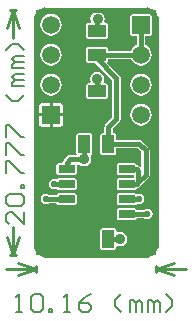
<source format=gtl>
G04 Layer_Physical_Order=1*
G04 Layer_Color=255*
%FSLAX44Y44*%
%MOMM*%
G71*
G01*
G75*
%ADD10R,1.5240X1.0160*%
%ADD11R,1.0160X1.5240*%
%ADD12R,1.4000X0.7000*%
%ADD13R,2.2600X2.9900*%
%ADD14C,0.3810*%
%ADD15C,0.4000*%
%ADD16C,0.2540*%
%ADD17C,0.1524*%
%ADD18C,1.5000*%
%ADD19R,1.5000X1.5000*%
%ADD20C,0.5842*%
%ADD21C,0.5000*%
%ADD22C,0.8890*%
G36*
X287274Y138176D02*
X185674D01*
Y345948D01*
X287274D01*
Y138176D01*
D02*
G37*
%LPC*%
G36*
X231648Y241426D02*
X221488D01*
X220322Y240942D01*
X219838Y239776D01*
Y224536D01*
X219968Y224222D01*
X219120Y222952D01*
X214376D01*
X213038Y222686D01*
X211904Y221928D01*
X209010Y219034D01*
X208252Y217900D01*
X207986Y216562D01*
Y216224D01*
X204482D01*
X203316Y215740D01*
X202832Y214574D01*
Y207574D01*
X203316Y206408D01*
X204482Y205924D01*
X218482D01*
X219648Y206408D01*
X220132Y207574D01*
Y214077D01*
X221047Y215121D01*
X221213Y215220D01*
X221965D01*
X222011Y215153D01*
X223985Y213833D01*
X226314Y213370D01*
X228643Y213833D01*
X230617Y215153D01*
X231937Y217127D01*
X232400Y219456D01*
X231937Y221785D01*
X232494Y223237D01*
X232814Y223370D01*
X233298Y224536D01*
Y239776D01*
X232814Y240942D01*
X231648Y241426D01*
D02*
G37*
G36*
X218482Y203524D02*
X204482D01*
X203316Y203040D01*
X203148Y202636D01*
X202902Y202561D01*
X201168Y202906D01*
X199434Y202561D01*
X197963Y201579D01*
X196981Y200108D01*
X196636Y198374D01*
X196981Y196640D01*
X197963Y195169D01*
X199434Y194187D01*
X201168Y193842D01*
X202902Y194187D01*
X203148Y194112D01*
X203316Y193708D01*
X204482Y193224D01*
X218482D01*
X219648Y193708D01*
X220132Y194874D01*
Y201874D01*
X219648Y203040D01*
X218482Y203524D01*
D02*
G37*
G36*
X208464Y255778D02*
X199644D01*
Y246958D01*
X205874D01*
X206865Y247155D01*
X207705Y247717D01*
X208267Y248557D01*
X208464Y249548D01*
Y255778D01*
D02*
G37*
G36*
X197104D02*
X188284D01*
Y249548D01*
X188481Y248557D01*
X189043Y247717D01*
X189883Y247155D01*
X190874Y246958D01*
X197104D01*
Y255778D01*
D02*
G37*
G36*
X269482Y178124D02*
X255482D01*
X254316Y177640D01*
X253832Y176474D01*
Y169474D01*
X254316Y168308D01*
X255482Y167824D01*
X269482D01*
X270648Y168308D01*
X271132Y169474D01*
Y169478D01*
X277140D01*
X278174Y168787D01*
X279908Y168442D01*
X281642Y168787D01*
X283113Y169769D01*
X284095Y171240D01*
X284440Y172974D01*
X284095Y174708D01*
X283113Y176179D01*
X281642Y177161D01*
X279908Y177506D01*
X278174Y177161D01*
X277140Y176470D01*
X271132D01*
Y176474D01*
X270648Y177640D01*
X269482Y178124D01*
D02*
G37*
G36*
X251968Y161162D02*
X241808D01*
X240642Y160678D01*
X240158Y159512D01*
Y144272D01*
X240642Y143106D01*
X241808Y142622D01*
X251968D01*
X253134Y143106D01*
X253618Y144272D01*
Y145424D01*
X254888Y146185D01*
X256794Y145806D01*
X259123Y146269D01*
X261097Y147589D01*
X262417Y149563D01*
X262880Y151892D01*
X262417Y154221D01*
X261097Y156195D01*
X259123Y157515D01*
X256794Y157978D01*
X254888Y157599D01*
X253618Y158360D01*
Y159512D01*
X253134Y160678D01*
X251968Y161162D01*
D02*
G37*
G36*
X218482Y190824D02*
X204482D01*
X203316Y190340D01*
X202832Y189174D01*
Y189170D01*
X196824D01*
X195790Y189861D01*
X194056Y190206D01*
X192322Y189861D01*
X190851Y188879D01*
X189869Y187408D01*
X189524Y185674D01*
X189869Y183940D01*
X190851Y182469D01*
X192322Y181487D01*
X194056Y181142D01*
X195790Y181487D01*
X196824Y182178D01*
X202832D01*
Y182174D01*
X203316Y181008D01*
X204482Y180524D01*
X218482D01*
X219648Y181008D01*
X220132Y182174D01*
Y189174D01*
X219648Y190340D01*
X218482Y190824D01*
D02*
G37*
G36*
X269482D02*
X255482D01*
X254316Y190340D01*
X253832Y189174D01*
Y182174D01*
X254316Y181008D01*
X255482Y180524D01*
X269482D01*
X270648Y181008D01*
X270816Y181412D01*
X271062Y181487D01*
X272796Y181142D01*
X274530Y181487D01*
X276001Y182469D01*
X276983Y183940D01*
X277328Y185674D01*
X276983Y187408D01*
X276001Y188879D01*
X274530Y189861D01*
X272796Y190206D01*
X271062Y189861D01*
X270816Y189936D01*
X270648Y190340D01*
X269482Y190824D01*
D02*
G37*
G36*
X274570Y266150D02*
X272214Y265840D01*
X270019Y264930D01*
X268134Y263484D01*
X266688Y261599D01*
X265778Y259404D01*
X265468Y257048D01*
X265778Y254692D01*
X266688Y252497D01*
X268134Y250612D01*
X270019Y249166D01*
X272214Y248256D01*
X274570Y247946D01*
X276926Y248256D01*
X279121Y249166D01*
X281006Y250612D01*
X282452Y252497D01*
X283362Y254692D01*
X283672Y257048D01*
X283362Y259404D01*
X282452Y261599D01*
X281006Y263484D01*
X279121Y264930D01*
X276926Y265840D01*
X274570Y266150D01*
D02*
G37*
G36*
X282070Y342398D02*
X267070D01*
X265904Y341914D01*
X265420Y340748D01*
Y325748D01*
X265904Y324582D01*
X267070Y324098D01*
X271074D01*
Y316167D01*
X270019Y315730D01*
X268134Y314284D01*
X266688Y312399D01*
X266251Y311344D01*
X246506D01*
Y312928D01*
X246022Y314094D01*
X244856Y314578D01*
X229616D01*
X228450Y314094D01*
X227966Y312928D01*
Y302768D01*
X228450Y301602D01*
X229616Y301118D01*
X235973D01*
X250250Y286842D01*
Y254686D01*
X244416Y248852D01*
X243658Y247718D01*
X243392Y246380D01*
Y241426D01*
X241808D01*
X240642Y240942D01*
X240158Y239776D01*
Y224536D01*
X240642Y223370D01*
X241808Y222886D01*
X251968D01*
X253134Y223370D01*
X253618Y224536D01*
Y228660D01*
X271602D01*
X274888Y225374D01*
Y213691D01*
X273618Y213165D01*
X273236Y213546D01*
X272102Y214304D01*
X271132Y214497D01*
Y214574D01*
X270648Y215740D01*
X269482Y216224D01*
X255482D01*
X254316Y215740D01*
X253832Y214574D01*
Y207574D01*
X254316Y206408D01*
X255482Y205924D01*
X268792D01*
Y203524D01*
X255482D01*
X254316Y203040D01*
X253832Y201874D01*
Y194874D01*
X254316Y193708D01*
X255482Y193224D01*
X269482D01*
X270648Y193708D01*
X271132Y194874D01*
Y194951D01*
X272102Y195144D01*
X273236Y195902D01*
X280856Y203522D01*
X281614Y204656D01*
X281880Y205994D01*
Y226822D01*
X281880Y226822D01*
X281614Y228160D01*
X280856Y229294D01*
X275522Y234628D01*
X274388Y235386D01*
X273050Y235652D01*
X253618D01*
Y239776D01*
X253134Y240942D01*
X251968Y241426D01*
X250384D01*
Y244932D01*
X256218Y250766D01*
X256218Y250766D01*
X256976Y251900D01*
X257242Y253238D01*
X257242Y253238D01*
Y288290D01*
X257242Y288290D01*
X256976Y289628D01*
X256218Y290762D01*
X245916Y301065D01*
X246022Y301602D01*
X246506Y302768D01*
Y304352D01*
X266251D01*
X266688Y303297D01*
X268134Y301412D01*
X270019Y299966D01*
X272214Y299056D01*
X274570Y298746D01*
X276926Y299056D01*
X279121Y299966D01*
X281006Y301412D01*
X282452Y303297D01*
X283362Y305492D01*
X283672Y307848D01*
X283362Y310204D01*
X282452Y312399D01*
X281006Y314284D01*
X279121Y315730D01*
X278066Y316167D01*
Y324098D01*
X282070D01*
X283236Y324582D01*
X283720Y325748D01*
Y340748D01*
X283236Y341914D01*
X282070Y342398D01*
D02*
G37*
G36*
X198374Y316950D02*
X196018Y316640D01*
X193823Y315730D01*
X191938Y314284D01*
X190492Y312399D01*
X189582Y310204D01*
X189272Y307848D01*
X189582Y305492D01*
X190492Y303297D01*
X191938Y301412D01*
X193823Y299966D01*
X196018Y299056D01*
X198374Y298746D01*
X200730Y299056D01*
X202925Y299966D01*
X204810Y301412D01*
X206256Y303297D01*
X207166Y305492D01*
X207476Y307848D01*
X207166Y310204D01*
X206256Y312399D01*
X204810Y314284D01*
X202925Y315730D01*
X200730Y316640D01*
X198374Y316950D01*
D02*
G37*
G36*
Y342350D02*
X196018Y342040D01*
X193823Y341130D01*
X191938Y339684D01*
X190492Y337799D01*
X189582Y335604D01*
X189272Y333248D01*
X189582Y330892D01*
X190492Y328697D01*
X191938Y326812D01*
X193823Y325366D01*
X196018Y324456D01*
X198374Y324146D01*
X200730Y324456D01*
X202925Y325366D01*
X204810Y326812D01*
X206256Y328697D01*
X207166Y330892D01*
X207476Y333248D01*
X207166Y335604D01*
X206256Y337799D01*
X204810Y339684D01*
X202925Y341130D01*
X200730Y342040D01*
X198374Y342350D01*
D02*
G37*
G36*
X237744Y344414D02*
X235415Y343951D01*
X233441Y342631D01*
X232121Y340657D01*
X231658Y338328D01*
X232088Y336168D01*
X231855Y335501D01*
X231533Y334898D01*
X229616D01*
X228450Y334414D01*
X227966Y333248D01*
Y323088D01*
X228450Y321922D01*
X229616Y321438D01*
X244856D01*
X246022Y321922D01*
X246506Y323088D01*
Y333248D01*
X246022Y334414D01*
X244856Y334898D01*
X243955D01*
X243633Y335501D01*
X243400Y336168D01*
X243830Y338328D01*
X243367Y340657D01*
X242047Y342631D01*
X240073Y343951D01*
X237744Y344414D01*
D02*
G37*
G36*
X274570Y291550D02*
X272214Y291240D01*
X270019Y290330D01*
X268134Y288884D01*
X266688Y286999D01*
X265778Y284804D01*
X265468Y282448D01*
X265778Y280092D01*
X266688Y277897D01*
X268134Y276012D01*
X270019Y274566D01*
X272214Y273656D01*
X274570Y273346D01*
X276926Y273656D01*
X279121Y274566D01*
X281006Y276012D01*
X282452Y277897D01*
X283362Y280092D01*
X283672Y282448D01*
X283362Y284804D01*
X282452Y286999D01*
X281006Y288884D01*
X279121Y290330D01*
X276926Y291240D01*
X274570Y291550D01*
D02*
G37*
G36*
X205874Y267138D02*
X199644D01*
Y258318D01*
X208464D01*
Y264548D01*
X208267Y265539D01*
X207705Y266379D01*
X206865Y266941D01*
X205874Y267138D01*
D02*
G37*
G36*
X197104D02*
X190874D01*
X189883Y266941D01*
X189043Y266379D01*
X188481Y265539D01*
X188284Y264548D01*
Y258318D01*
X197104D01*
Y267138D01*
D02*
G37*
G36*
X198374Y291550D02*
X196018Y291240D01*
X193823Y290330D01*
X191938Y288884D01*
X190492Y286999D01*
X189582Y284804D01*
X189272Y282448D01*
X189582Y280092D01*
X190492Y277897D01*
X191938Y276012D01*
X193823Y274566D01*
X196018Y273656D01*
X198374Y273346D01*
X200730Y273656D01*
X202925Y274566D01*
X204810Y276012D01*
X206256Y277897D01*
X207166Y280092D01*
X207476Y282448D01*
X207166Y284804D01*
X206256Y286999D01*
X204810Y288884D01*
X202925Y290330D01*
X200730Y291240D01*
X198374Y291550D01*
D02*
G37*
G36*
X237490Y293360D02*
X235161Y292897D01*
X233187Y291577D01*
X231867Y289603D01*
X231404Y287274D01*
X231834Y285114D01*
X231601Y284447D01*
X231279Y283844D01*
X229616D01*
X228450Y283360D01*
X227966Y282194D01*
Y272034D01*
X228450Y270868D01*
X229616Y270384D01*
X244856D01*
X246022Y270868D01*
X246506Y272034D01*
Y282194D01*
X246022Y283360D01*
X244856Y283844D01*
X243701D01*
X243379Y284447D01*
X243146Y285114D01*
X243576Y287274D01*
X243113Y289603D01*
X241793Y291577D01*
X239819Y292897D01*
X237490Y293360D01*
D02*
G37*
%LPD*%
D10*
X237236Y277114D02*
D03*
Y256794D02*
D03*
Y328168D02*
D03*
Y307848D02*
D03*
D11*
X226568Y232156D02*
D03*
X246888D02*
D03*
Y151892D02*
D03*
X226568D02*
D03*
D12*
X211482Y211074D02*
D03*
Y198374D02*
D03*
Y185674D02*
D03*
Y172974D02*
D03*
X262482Y211074D02*
D03*
Y198374D02*
D03*
Y185674D02*
D03*
Y172974D02*
D03*
D13*
X236982Y192024D02*
D03*
D14*
X226314Y219456D02*
Y232410D01*
X262482Y185674D02*
X272796D01*
X262482Y172974D02*
X279908D01*
X194056Y185674D02*
X211482D01*
X201168Y198374D02*
X211482D01*
X253746Y253238D02*
Y288290D01*
X237236Y304800D02*
X253746Y288290D01*
X237236Y304800D02*
Y307848D01*
X246888Y232156D02*
Y246380D01*
X253746Y253238D01*
X237236Y281686D02*
Y287020D01*
Y277114D02*
Y281686D01*
X237744Y282194D01*
X273050Y232156D02*
X278384Y226822D01*
Y205994D02*
Y226822D01*
X272288Y199898D02*
X278384Y205994D01*
X246888Y232156D02*
X273050D01*
X214376Y219456D02*
X226314D01*
X211482Y216562D02*
X214376Y219456D01*
X211482Y211074D02*
Y216562D01*
X226314Y232410D02*
X226568Y232156D01*
X272288Y199898D02*
Y209550D01*
X270764Y198374D02*
X272288Y199898D01*
X262482Y198374D02*
X270764D01*
Y211074D02*
X272288Y209550D01*
X262482Y211074D02*
X270764D01*
X246888Y151892D02*
X256794D01*
X237236Y307848D02*
X274570D01*
X237236Y287020D02*
X237490Y287274D01*
X237236Y337820D02*
X237744Y338328D01*
X237236Y328168D02*
Y337820D01*
Y328168D02*
X237998Y328930D01*
X274570Y307848D02*
Y333248D01*
D15*
X185674Y145542D02*
G03*
X193040Y138176I7366J0D01*
G01*
X279908D02*
G03*
X287274Y145542I0J7366D01*
G01*
X287270Y338582D02*
G03*
X279904Y345948I-7366J0D01*
G01*
X193040D02*
G03*
X185674Y338582I0J-7366D01*
G01*
X193040Y138176D02*
X279908D01*
X287270Y145542D02*
X287274D01*
X287270D02*
Y338582D01*
X193040Y345948D02*
X279904D01*
X185674Y145542D02*
Y338582D01*
D16*
X287274Y123698D02*
Y128778D01*
X185678Y123698D02*
Y128778D01*
X287274Y126238D02*
X302514Y121158D01*
X287274Y126238D02*
X302514Y131318D01*
X170438Y121158D02*
X185678Y126238D01*
X170438Y131318D02*
X185678Y126238D01*
X287274D02*
X312674D01*
X160278D02*
X185678D01*
X163832Y345923D02*
X168913D01*
X163832Y138151D02*
X168913D01*
X166373Y345923D02*
X171453Y330683D01*
X161292D02*
X166373Y345923D01*
Y138151D02*
X171453Y153391D01*
X161292D02*
X166373Y138151D01*
Y322277D02*
Y345923D01*
Y138151D02*
Y161798D01*
D17*
X168933Y89672D02*
X174012D01*
X171473D01*
Y104907D01*
X168933Y102368D01*
X181629D02*
X184168Y104907D01*
X189247D01*
X191786Y102368D01*
Y92211D01*
X189247Y89672D01*
X184168D01*
X181629Y92211D01*
Y102368D01*
X196864Y89672D02*
Y92211D01*
X199403D01*
Y89672D01*
X196864D01*
X209560D02*
X214639D01*
X212099D01*
Y104907D01*
X209560Y102368D01*
X232413Y104907D02*
X227334Y102368D01*
X222256Y97289D01*
Y92211D01*
X224795Y89672D01*
X229874D01*
X232413Y92211D01*
Y94750D01*
X229874Y97289D01*
X222256D01*
X257805Y89672D02*
X252726Y94750D01*
Y99829D01*
X257805Y104907D01*
X265422Y89672D02*
Y99829D01*
X267961D01*
X270501Y97289D01*
Y89672D01*
Y97289D01*
X273040Y99829D01*
X275579Y97289D01*
Y89672D01*
X280657D02*
Y99829D01*
X283196D01*
X285735Y97289D01*
Y89672D01*
Y97289D01*
X288275Y99829D01*
X290814Y97289D01*
Y89672D01*
X295892D02*
X300971Y94750D01*
Y99829D01*
X295892Y104907D01*
X175514Y174495D02*
Y164338D01*
X165357Y174495D01*
X162818D01*
X160279Y171956D01*
Y166877D01*
X162818Y164338D01*
Y179573D02*
X160279Y182112D01*
Y187191D01*
X162818Y189730D01*
X172975D01*
X175514Y187191D01*
Y182112D01*
X172975Y179573D01*
X162818D01*
X175514Y194808D02*
X172975D01*
Y197347D01*
X175514D01*
Y194808D01*
X160279Y207504D02*
Y217661D01*
X162818D01*
X172975Y207504D01*
X175514D01*
X160279Y222739D02*
Y232896D01*
X162818D01*
X172975Y222739D01*
X175514D01*
X160279Y237974D02*
Y248131D01*
X162818D01*
X172975Y237974D01*
X175514D01*
Y273523D02*
X170436Y268444D01*
X165357D01*
X160279Y273523D01*
X175514Y281140D02*
X165357D01*
Y283679D01*
X167896Y286219D01*
X175514D01*
X167896D01*
X165357Y288758D01*
X167896Y291297D01*
X175514D01*
Y296375D02*
X165357D01*
Y298915D01*
X167896Y301454D01*
X175514D01*
X167896D01*
X165357Y303993D01*
X167896Y306532D01*
X175514D01*
Y311610D02*
X170436Y316689D01*
X165357D01*
X160279Y311610D01*
D18*
X274570Y257048D02*
D03*
Y282448D02*
D03*
Y307848D02*
D03*
X198374Y333248D02*
D03*
Y307848D02*
D03*
Y282448D02*
D03*
D19*
X274570Y333248D02*
D03*
X198374Y257048D02*
D03*
D20*
X194056Y185674D02*
D03*
X201168Y198374D02*
D03*
X272796Y185674D02*
D03*
X279908Y172974D02*
D03*
D21*
X231482Y192024D02*
D03*
Y203024D02*
D03*
X242482D02*
D03*
Y192024D02*
D03*
X231482Y181024D02*
D03*
X242482D02*
D03*
D22*
X226314Y219456D02*
D03*
X256794Y151892D02*
D03*
X237744Y338328D02*
D03*
X237490Y287274D02*
D03*
M02*

</source>
